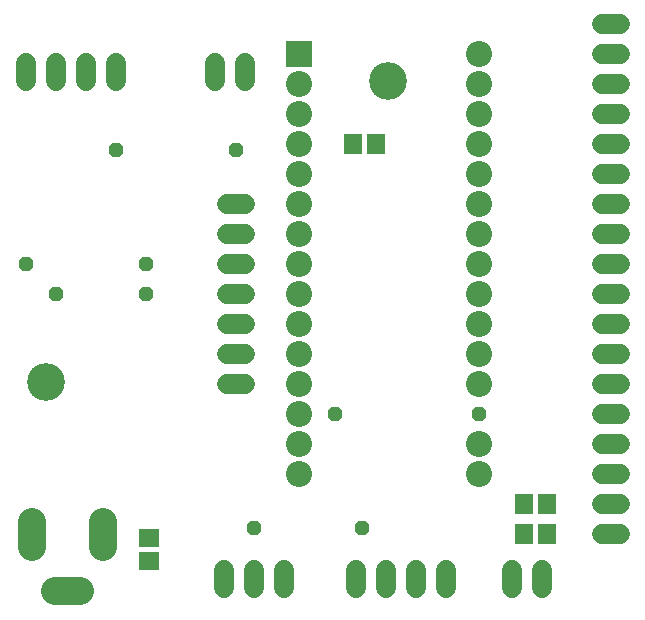
<source format=gbr>
G04 EAGLE Gerber RS-274X export*
G75*
%MOMM*%
%FSLAX34Y34*%
%LPD*%
%INSoldermask Bottom*%
%IPPOS*%
%AMOC8*
5,1,8,0,0,1.08239X$1,22.5*%
G01*
%ADD10C,3.203200*%
%ADD11R,1.803200X1.503200*%
%ADD12R,2.203200X2.203200*%
%ADD13C,2.203200*%
%ADD14C,2.387600*%
%ADD15C,1.727200*%
%ADD16R,1.503200X1.703200*%
%ADD17P,1.302332X8X22.500000*%


D10*
X39840Y200000D03*
X330000Y454760D03*
D11*
X127000Y68420D03*
X127000Y48420D03*
D12*
X254000Y477520D03*
D13*
X254000Y452120D03*
X254000Y426720D03*
X254000Y401320D03*
X254000Y375920D03*
X254000Y350520D03*
X254000Y325120D03*
X254000Y299720D03*
X254000Y274320D03*
X254000Y248920D03*
X254000Y223520D03*
X254000Y198120D03*
X254000Y172720D03*
X254000Y147320D03*
X254000Y121920D03*
X406400Y121920D03*
X406400Y147320D03*
X406400Y198120D03*
X406400Y223520D03*
X406400Y248920D03*
X406400Y274320D03*
X406400Y299720D03*
X406400Y325120D03*
X406400Y350520D03*
X406400Y375920D03*
X406400Y401320D03*
X406400Y426720D03*
X406400Y452120D03*
X406400Y477520D03*
D14*
X69342Y23120D02*
X47498Y23120D01*
X28420Y60198D02*
X28420Y82042D01*
X88420Y82042D02*
X88420Y60198D01*
D15*
X208280Y454660D02*
X208280Y469900D01*
X182880Y469900D02*
X182880Y454660D01*
X434340Y40640D02*
X434340Y25400D01*
X459740Y25400D02*
X459740Y40640D01*
X510540Y452120D02*
X525780Y452120D01*
X525780Y477520D02*
X510540Y477520D01*
X510540Y502920D02*
X525780Y502920D01*
X190500Y40640D02*
X190500Y25400D01*
X215900Y25400D02*
X215900Y40640D01*
X241300Y40640D02*
X241300Y25400D01*
X99060Y454660D02*
X99060Y469900D01*
X73660Y469900D02*
X73660Y454660D01*
X48260Y454660D02*
X48260Y469900D01*
X22860Y469900D02*
X22860Y454660D01*
X510540Y223520D02*
X525780Y223520D01*
X525780Y248920D02*
X510540Y248920D01*
X510540Y274320D02*
X525780Y274320D01*
X525780Y299720D02*
X510540Y299720D01*
X510540Y325120D02*
X525780Y325120D01*
X525780Y350520D02*
X510540Y350520D01*
X510540Y375920D02*
X525780Y375920D01*
X525780Y401320D02*
X510540Y401320D01*
X510540Y426720D02*
X525780Y426720D01*
X208280Y350520D02*
X193040Y350520D01*
X193040Y325120D02*
X208280Y325120D01*
X208280Y299720D02*
X193040Y299720D01*
X193040Y274320D02*
X208280Y274320D01*
X208280Y248920D02*
X193040Y248920D01*
X193040Y223520D02*
X208280Y223520D01*
X208280Y198120D02*
X193040Y198120D01*
D16*
X464160Y96520D03*
X445160Y96520D03*
X445160Y71120D03*
X464160Y71120D03*
D15*
X510540Y71120D02*
X525780Y71120D01*
X525780Y96520D02*
X510540Y96520D01*
X510540Y121920D02*
X525780Y121920D01*
X525780Y147320D02*
X510540Y147320D01*
X510540Y172720D02*
X525780Y172720D01*
X525780Y198120D02*
X510540Y198120D01*
X302260Y40640D02*
X302260Y25400D01*
X327660Y25400D02*
X327660Y40640D01*
X353060Y40640D02*
X353060Y25400D01*
X378460Y25400D02*
X378460Y40640D01*
D16*
X300380Y401320D03*
X319380Y401320D03*
D17*
X200660Y396240D03*
X406400Y172720D03*
X284480Y172720D03*
X99060Y396240D03*
X124460Y299720D03*
X22860Y299720D03*
X215900Y76200D03*
X307340Y76200D03*
X48260Y274320D03*
X124460Y274320D03*
M02*

</source>
